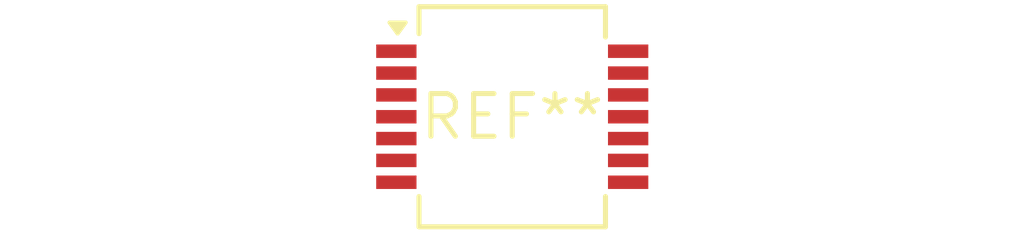
<source format=kicad_pcb>
(kicad_pcb (version 20240108) (generator pcbnew)
  (layers (0 "F.Cu" signal) (31 "B.Cu" signal) (34 "B.Paste" user) (35 "F.Paste" user) (36 "B.SilkS" user "B.Silkscreen") (37 "F.SilkS" user "F.Silkscreen") (38 "B.Mask" user) (39 "F.Mask" user) (44 "Edge.Cuts" user))
  (net 0 "")
  (footprint "SSOP-14_5.3x6.2mm_P0.65mm" (layer "F.Cu") (at 0 0)
    (property "Reference" "REF**")
    (property "Value" "SSOP-14_5.3x6.2mm_P0.65mm")
    (fp_line (start -2.775 -3.275) (end -2.775 -2.475) (layer "F.SilkS") (stroke (width 0.15)))
    (fp_line (start -2.775 -3.275) (end 2.775 -3.275) (layer "F.SilkS") (stroke (width 0.15)))
    (fp_line (start -2.775 3.275) (end -2.775 2.375) (layer "F.SilkS") (stroke (width 0.15)))
    (fp_line (start -2.775 3.275) (end 2.775 3.275) (layer "F.SilkS") (stroke (width 0.15)))
    (fp_line (start 2.775 -3.275) (end 2.775 -2.375) (layer "F.SilkS") (stroke (width 0.15)))
    (fp_line (start 2.775 3.275) (end 2.775 2.375) (layer "F.SilkS") (stroke (width 0.15)))
    (fp_poly (pts (xy -3.4125 -2.475) (xy -3.6525 -2.805) (xy -3.1725 -2.805) (xy -3.4125 -2.475)) (layer "F.SilkS") (stroke (width 0.12)) (fill solid))
    (pad "1" smd rect (at -3.45 -1.95) (size 1.2 0.4) (layers "F.Cu" "F.Paste" "F.Mask"))
    (pad "2" smd rect (at -3.45 -1.3) (size 1.2 0.4) (layers "F.Cu" "F.Paste" "F.Mask"))
    (pad "3" smd rect (at -3.45 -0.65) (size 1.2 0.4) (layers "F.Cu" "F.Paste" "F.Mask"))
    (pad "4" smd rect (at -3.45 0) (size 1.2 0.4) (layers "F.Cu" "F.Paste" "F.Mask"))
    (pad "5" smd rect (at -3.45 0.65) (size 1.2 0.4) (layers "F.Cu" "F.Paste" "F.Mask"))
    (pad "6" smd rect (at -3.45 1.3) (size 1.2 0.4) (layers "F.Cu" "F.Paste" "F.Mask"))
    (pad "7" smd rect (at -3.45 1.95) (size 1.2 0.4) (layers "F.Cu" "F.Paste" "F.Mask"))
    (pad "8" smd rect (at 3.45 1.95) (size 1.2 0.4) (layers "F.Cu" "F.Paste" "F.Mask"))
    (pad "9" smd rect (at 3.45 1.3) (size 1.2 0.4) (layers "F.Cu" "F.Paste" "F.Mask"))
    (pad "10" smd rect (at 3.45 0.65) (size 1.2 0.4) (layers "F.Cu" "F.Paste" "F.Mask"))
    (pad "11" smd rect (at 3.45 0) (size 1.2 0.4) (layers "F.Cu" "F.Paste" "F.Mask"))
    (pad "12" smd rect (at 3.45 -0.65) (size 1.2 0.4) (layers "F.Cu" "F.Paste" "F.Mask"))
    (pad "13" smd rect (at 3.45 -1.3) (size 1.2 0.4) (layers "F.Cu" "F.Paste" "F.Mask"))
    (pad "14" smd rect (at 3.45 -1.95) (size 1.2 0.4) (layers "F.Cu" "F.Paste" "F.Mask"))
  )
)
</source>
